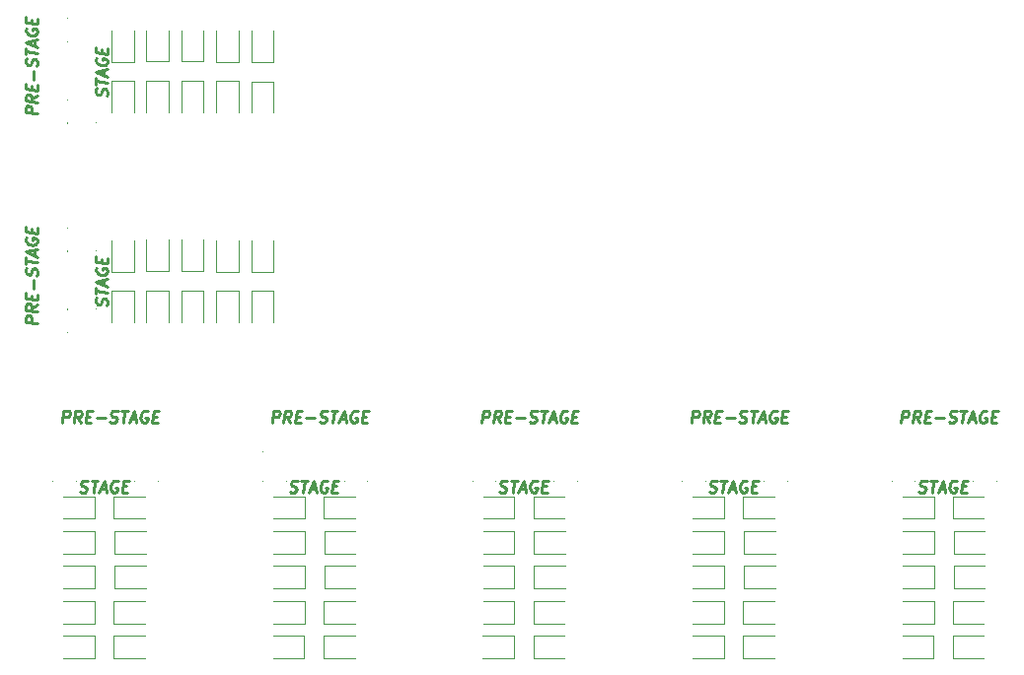
<source format=gto>
%MOIN*%
%OFA0B0*%
%FSLAX46Y46*%
%IPPOS*%
%LPD*%
%ADD10C,0.00984251968503937*%
%ADD11C,0.0047244094488188976*%
%ADD12C,0.0039370078740157488*%
%ADD23C,0.00984251968503937*%
%ADD24C,0.0047244094488188976*%
%ADD25C,0.0039370078740157488*%
%ADD26C,0.00984251968503937*%
%ADD27C,0.0047244094488188976*%
%ADD28C,0.0039370078740157488*%
%ADD29C,0.00984251968503937*%
%ADD30C,0.0047244094488188976*%
%ADD31C,0.0039370078740157488*%
%ADD32C,0.00984251968503937*%
%ADD33C,0.0047244094488188976*%
%ADD34C,0.0039370078740157488*%
%ADD35C,0.00984251968503937*%
%ADD36C,0.0047244094488188976*%
%ADD37C,0.0039370078740157488*%
%ADD38C,0.00984251968503937*%
%ADD39C,0.0047244094488188976*%
%ADD40C,0.0039370078740157488*%
G01*
D10*
X0000210638Y0001667135D02*
X0000216028Y0001665260D01*
X0000225402Y0001665260D01*
X0000229386Y0001667135D01*
X0000231495Y0001669010D01*
X0000233838Y0001672759D01*
X0000234307Y0001676509D01*
X0000232901Y0001680258D01*
X0000231261Y0001682133D01*
X0000227745Y0001684008D01*
X0000220481Y0001685883D01*
X0000216966Y0001687757D01*
X0000215325Y0001689632D01*
X0000213919Y0001693382D01*
X0000214388Y0001697131D01*
X0000216731Y0001700881D01*
X0000218840Y0001702755D01*
X0000222824Y0001704630D01*
X0000232198Y0001704630D01*
X0000237588Y0001702755D01*
X0000249071Y0001704630D02*
X0000271568Y0001704630D01*
X0000255398Y0001665260D02*
X0000260319Y0001704630D01*
X0000279301Y0001676509D02*
X0000298049Y0001676509D01*
X0000274146Y0001665260D02*
X0000292190Y0001704630D01*
X0000300393Y0001665260D01*
X0000338825Y0001702755D02*
X0000335310Y0001704630D01*
X0000329686Y0001704630D01*
X0000323827Y0001702755D01*
X0000319609Y0001699006D01*
X0000317265Y0001695256D01*
X0000314453Y0001687757D01*
X0000313750Y0001682133D01*
X0000314688Y0001674634D01*
X0000316094Y0001670884D01*
X0000319375Y0001667135D01*
X0000324765Y0001665260D01*
X0000328514Y0001665260D01*
X0000334373Y0001667135D01*
X0000336482Y0001669010D01*
X0000338122Y0001682133D01*
X0000330623Y0001682133D01*
X0000355464Y0001685883D02*
X0000368587Y0001685883D01*
X0000371634Y0001665260D02*
X0000352886Y0001665260D01*
X0000357807Y0001704630D01*
X0000376555Y0001704630D01*
X0000150411Y0001901481D02*
X0000155333Y0001940851D01*
X0000170331Y0001940851D01*
X0000173846Y0001938976D01*
X0000175486Y0001937101D01*
X0000176892Y0001933352D01*
X0000176189Y0001927727D01*
X0000173846Y0001923978D01*
X0000171737Y0001922103D01*
X0000167753Y0001920228D01*
X0000152755Y0001920228D01*
X0000212279Y0001901481D02*
X0000201499Y0001920228D01*
X0000189781Y0001901481D02*
X0000194703Y0001940851D01*
X0000209701Y0001940851D01*
X0000213216Y0001938976D01*
X0000214856Y0001937101D01*
X0000216262Y0001933352D01*
X0000215559Y0001927727D01*
X0000213216Y0001923978D01*
X0000211107Y0001922103D01*
X0000207123Y0001920228D01*
X0000192125Y0001920228D01*
X0000231729Y0001922103D02*
X0000244853Y0001922103D01*
X0000247899Y0001901481D02*
X0000229151Y0001901481D01*
X0000234073Y0001940851D01*
X0000252820Y0001940851D01*
X0000266647Y0001916479D02*
X0000296643Y0001916479D01*
X0000311875Y0001903355D02*
X0000317265Y0001901481D01*
X0000326639Y0001901481D01*
X0000330623Y0001903355D01*
X0000332732Y0001905230D01*
X0000335076Y0001908980D01*
X0000335544Y0001912729D01*
X0000334138Y0001916479D01*
X0000332498Y0001918353D01*
X0000328983Y0001920228D01*
X0000321718Y0001922103D01*
X0000318203Y0001923978D01*
X0000316562Y0001925853D01*
X0000315156Y0001929602D01*
X0000315625Y0001933352D01*
X0000317969Y0001937101D01*
X0000320078Y0001938976D01*
X0000324062Y0001940851D01*
X0000333435Y0001940851D01*
X0000338825Y0001938976D01*
X0000350308Y0001940851D02*
X0000372805Y0001940851D01*
X0000356636Y0001901481D02*
X0000361557Y0001940851D01*
X0000380539Y0001912729D02*
X0000399286Y0001912729D01*
X0000375383Y0001901481D02*
X0000393428Y0001940851D01*
X0000401630Y0001901481D01*
X0000440063Y0001938976D02*
X0000436547Y0001940851D01*
X0000430923Y0001940851D01*
X0000425064Y0001938976D01*
X0000420846Y0001935226D01*
X0000418503Y0001931477D01*
X0000415691Y0001923978D01*
X0000414988Y0001918353D01*
X0000415925Y0001910854D01*
X0000417331Y0001907105D01*
X0000420612Y0001903355D01*
X0000426002Y0001901481D01*
X0000429751Y0001901481D01*
X0000435610Y0001903355D01*
X0000437719Y0001905230D01*
X0000439360Y0001918353D01*
X0000431860Y0001918353D01*
X0000456701Y0001922103D02*
X0000469825Y0001922103D01*
X0000472871Y0001901481D02*
X0000454123Y0001901481D01*
X0000459045Y0001940851D01*
X0000477792Y0001940851D01*
D11*
X0000324901Y0001576377D02*
X0000430610Y0001576377D01*
X0000324901Y0001651968D02*
X0000324901Y0001576377D01*
X0000430610Y0001651968D02*
X0000324901Y0001651968D01*
X0000260728Y0001651968D02*
X0000155019Y0001651968D01*
X0000260728Y0001576377D02*
X0000260728Y0001651968D01*
X0000155019Y0001576377D02*
X0000260728Y0001576377D01*
X0000324901Y0001103937D02*
X0000430610Y0001103937D01*
X0000324901Y0001179527D02*
X0000324901Y0001103937D01*
X0000430610Y0001179527D02*
X0000324901Y0001179527D01*
X0000259769Y0001179610D02*
X0000154060Y0001179610D01*
X0000259769Y0001104019D02*
X0000259769Y0001179610D01*
X0000154060Y0001104019D02*
X0000259769Y0001104019D01*
X0000324901Y0001222047D02*
X0000430610Y0001222047D01*
X0000324901Y0001297637D02*
X0000324901Y0001222047D01*
X0000430610Y0001297637D02*
X0000324901Y0001297637D01*
X0000260728Y0001297637D02*
X0000155019Y0001297637D01*
X0000260728Y0001222047D02*
X0000260728Y0001297637D01*
X0000155019Y0001222047D02*
X0000260728Y0001222047D01*
X0000327362Y0001340157D02*
X0000433070Y0001340157D01*
X0000327362Y0001415748D02*
X0000327362Y0001340157D01*
X0000433070Y0001415748D02*
X0000327362Y0001415748D01*
X0000260728Y0001415748D02*
X0000155019Y0001415748D01*
X0000260728Y0001340157D02*
X0000260728Y0001415748D01*
X0000155019Y0001340157D02*
X0000260728Y0001340157D01*
X0000327362Y0001458267D02*
X0000433070Y0001458267D01*
X0000327362Y0001533858D02*
X0000327362Y0001458267D01*
X0000433070Y0001533858D02*
X0000327362Y0001533858D01*
X0000260728Y0001533858D02*
X0000155019Y0001533858D01*
X0000260728Y0001458267D02*
X0000260728Y0001533858D01*
X0000155019Y0001458267D02*
X0000260728Y0001458267D01*
D12*
X0000120078Y0001800590D02*
G75*
G03*
X0000120078Y0001800590I-0000001968D01*
G01*
X0000474409Y0001702165D02*
G75*
G03*
X0000474409Y0001702165I-0000001968D01*
G01*
X0000198818Y0001702165D02*
G75*
G03*
X0000198818Y0001702165I-0000001968D01*
G01*
X0000395669Y0001800590D02*
G75*
G03*
X0000395669Y0001800590I-0000001968D01*
G01*
X0000198818Y0001800590D02*
G75*
G03*
X0000198818Y0001800590I-0000001968D01*
G01*
X0000395669Y0001702165D02*
G75*
G03*
X0000395669Y0001702165I-0000001968D01*
G01*
X0000120078Y0001702165D02*
G75*
G03*
X0000120078Y0001702165I-0000001968D01*
G01*
X0000474409Y0001800590D02*
G75*
G03*
X0000474409Y0001800590I-0000001968D01*
G01*
G04 next file*
G04 #@! TF.GenerationSoftware,KiCad,Pcbnew,(5.1.10)-1*
G04 #@! TF.CreationDate,2021-09-22T20:54:56-07:00*
G04 #@! TF.ProjectId,project,70726f6a-6563-4742-9e6b-696361645f70,rev?*
G04 #@! TF.SameCoordinates,Original*
G04 #@! TF.FileFunction,Legend,Top*
G04 #@! TF.FilePolarity,Positive*
G04 Gerber Fmt 4.6, Leading zero omitted, Abs format (unit mm)*
G04 Created by KiCad (PCBNEW (5.1.10)-1) date 2021-09-22 20:54:56*
G01*
G04 APERTURE LIST*
G04 APERTURE END LIST*
D23*
X0000301368Y0002297252D02*
X0000303243Y0002302642D01*
X0000303243Y0002312016D01*
X0000301368Y0002316000D01*
X0000299493Y0002318109D01*
X0000295744Y0002320453D01*
X0000291994Y0002320921D01*
X0000288245Y0002319515D01*
X0000286370Y0002317875D01*
X0000284495Y0002314360D01*
X0000282620Y0002307095D01*
X0000280746Y0002303580D01*
X0000278871Y0002301939D01*
X0000275121Y0002300533D01*
X0000271372Y0002301002D01*
X0000267622Y0002303345D01*
X0000265748Y0002305454D01*
X0000263873Y0002309438D01*
X0000263873Y0002318812D01*
X0000265748Y0002324202D01*
X0000263873Y0002335685D02*
X0000263873Y0002358182D01*
X0000303243Y0002342012D02*
X0000263873Y0002346934D01*
X0000291994Y0002365916D02*
X0000291994Y0002384663D01*
X0000303243Y0002360760D02*
X0000263873Y0002378805D01*
X0000303243Y0002387007D01*
X0000265748Y0002425439D02*
X0000263873Y0002421924D01*
X0000263873Y0002416300D01*
X0000265748Y0002410441D01*
X0000269497Y0002406223D01*
X0000273247Y0002403880D01*
X0000280746Y0002401067D01*
X0000286370Y0002400364D01*
X0000293869Y0002401302D01*
X0000297619Y0002402708D01*
X0000301368Y0002405989D01*
X0000303243Y0002411379D01*
X0000303243Y0002415128D01*
X0000301368Y0002420987D01*
X0000299493Y0002423096D01*
X0000286370Y0002424736D01*
X0000286370Y0002417237D01*
X0000282620Y0002442078D02*
X0000282620Y0002455201D01*
X0000303243Y0002458248D02*
X0000303243Y0002439500D01*
X0000263873Y0002444421D01*
X0000263873Y0002463169D01*
X0000067022Y0002237025D02*
X0000027652Y0002241947D01*
X0000027652Y0002256945D01*
X0000029527Y0002260460D01*
X0000031402Y0002262101D01*
X0000035151Y0002263507D01*
X0000040776Y0002262804D01*
X0000044525Y0002260460D01*
X0000046400Y0002258351D01*
X0000048275Y0002254367D01*
X0000048275Y0002239369D01*
X0000067022Y0002298893D02*
X0000048275Y0002288113D01*
X0000067022Y0002276396D02*
X0000027652Y0002281317D01*
X0000027652Y0002296315D01*
X0000029527Y0002299830D01*
X0000031402Y0002301471D01*
X0000035151Y0002302877D01*
X0000040776Y0002302174D01*
X0000044525Y0002299830D01*
X0000046400Y0002297721D01*
X0000048275Y0002293737D01*
X0000048275Y0002278739D01*
X0000046400Y0002318343D02*
X0000046400Y0002331467D01*
X0000067022Y0002334513D02*
X0000067022Y0002315766D01*
X0000027652Y0002320687D01*
X0000027652Y0002339435D01*
X0000052024Y0002353261D02*
X0000052024Y0002383257D01*
X0000065148Y0002398490D02*
X0000067022Y0002403880D01*
X0000067022Y0002413253D01*
X0000065148Y0002417237D01*
X0000063273Y0002419346D01*
X0000059523Y0002421690D01*
X0000055774Y0002422159D01*
X0000052024Y0002420752D01*
X0000050149Y0002419112D01*
X0000048275Y0002415597D01*
X0000046400Y0002408332D01*
X0000044525Y0002404817D01*
X0000042650Y0002403177D01*
X0000038901Y0002401771D01*
X0000035151Y0002402239D01*
X0000031402Y0002404583D01*
X0000029527Y0002406692D01*
X0000027652Y0002410676D01*
X0000027652Y0002420049D01*
X0000029527Y0002425439D01*
X0000027652Y0002436922D02*
X0000027652Y0002459420D01*
X0000067022Y0002443250D02*
X0000027652Y0002448171D01*
X0000055774Y0002467153D02*
X0000055774Y0002485901D01*
X0000067022Y0002461997D02*
X0000027652Y0002480042D01*
X0000067022Y0002488244D01*
X0000029527Y0002526677D02*
X0000027652Y0002523162D01*
X0000027652Y0002517537D01*
X0000029527Y0002511679D01*
X0000033277Y0002507460D01*
X0000037026Y0002505117D01*
X0000044525Y0002502305D01*
X0000050149Y0002501602D01*
X0000057649Y0002502539D01*
X0000061398Y0002503945D01*
X0000065148Y0002507226D01*
X0000067022Y0002512616D01*
X0000067022Y0002516366D01*
X0000065148Y0002522224D01*
X0000063273Y0002524333D01*
X0000050149Y0002525974D01*
X0000050149Y0002518475D01*
X0000046400Y0002543315D02*
X0000046400Y0002556439D01*
X0000067022Y0002559485D02*
X0000067022Y0002540738D01*
X0000027652Y0002545659D01*
X0000027652Y0002564406D01*
D24*
X0000392125Y0002411515D02*
X0000392125Y0002517224D01*
X0000316535Y0002411515D02*
X0000392125Y0002411515D01*
X0000316535Y0002517224D02*
X0000316535Y0002411515D01*
X0000316535Y0002347342D02*
X0000316535Y0002241633D01*
X0000392125Y0002347342D02*
X0000316535Y0002347342D01*
X0000392125Y0002241633D02*
X0000392125Y0002347342D01*
X0000864566Y0002411515D02*
X0000864566Y0002517224D01*
X0000788976Y0002411515D02*
X0000864566Y0002411515D01*
X0000788976Y0002517224D02*
X0000788976Y0002411515D01*
X0000788893Y0002346383D02*
X0000788893Y0002240674D01*
X0000864484Y0002346383D02*
X0000788893Y0002346383D01*
X0000864484Y0002240674D02*
X0000864484Y0002346383D01*
X0000746456Y0002411515D02*
X0000746456Y0002517224D01*
X0000670866Y0002411515D02*
X0000746456Y0002411515D01*
X0000670866Y0002517224D02*
X0000670866Y0002411515D01*
X0000670866Y0002347342D02*
X0000670866Y0002241633D01*
X0000746456Y0002347342D02*
X0000670866Y0002347342D01*
X0000746456Y0002241633D02*
X0000746456Y0002347342D01*
X0000628346Y0002413976D02*
X0000628346Y0002519685D01*
X0000552755Y0002413976D02*
X0000628346Y0002413976D01*
X0000552755Y0002519685D02*
X0000552755Y0002413976D01*
X0000552755Y0002347342D02*
X0000552755Y0002241633D01*
X0000628346Y0002347342D02*
X0000552755Y0002347342D01*
X0000628346Y0002241633D02*
X0000628346Y0002347342D01*
X0000510236Y0002413976D02*
X0000510236Y0002519685D01*
X0000434645Y0002413976D02*
X0000510236Y0002413976D01*
X0000434645Y0002519685D02*
X0000434645Y0002413976D01*
X0000434645Y0002347342D02*
X0000434645Y0002241633D01*
X0000510236Y0002347342D02*
X0000434645Y0002347342D01*
X0000510236Y0002241633D02*
X0000510236Y0002347342D01*
D25*
X0000167913Y0002206692D02*
G75*
G03*
X0000167913Y0002206692J-0000001968D01*
G01*
X0000266338Y0002561023D02*
G75*
G03*
X0000266338Y0002561023J-0000001968D01*
G01*
X0000266338Y0002285433D02*
G75*
G03*
X0000266338Y0002285433J-0000001968D01*
G01*
X0000167913Y0002482283D02*
G75*
G03*
X0000167913Y0002482283J-0000001968D01*
G01*
X0000167913Y0002285433D02*
G75*
G03*
X0000167913Y0002285433J-0000001968D01*
G01*
X0000266338Y0002482283D02*
G75*
G03*
X0000266338Y0002482283J-0000001968D01*
G01*
X0000266338Y0002206692D02*
G75*
G03*
X0000266338Y0002206692J-0000001968D01*
G01*
X0000167913Y0002561023D02*
G75*
G03*
X0000167913Y0002561023J-0000001968D01*
G01*
G04 next file*
G04 #@! TF.GenerationSoftware,KiCad,Pcbnew,(5.1.10)-1*
G04 #@! TF.CreationDate,2021-09-22T20:54:56-07:00*
G04 #@! TF.ProjectId,project,70726f6a-6563-4742-9e6b-696361645f70,rev?*
G04 #@! TF.SameCoordinates,Original*
G04 #@! TF.FileFunction,Legend,Top*
G04 #@! TF.FilePolarity,Positive*
G04 Gerber Fmt 4.6, Leading zero omitted, Abs format (unit mm)*
G04 Created by KiCad (PCBNEW (5.1.10)-1) date 2021-09-22 20:54:56*
G01*
G04 APERTURE LIST*
G04 APERTURE END LIST*
D26*
X0000301368Y0003005914D02*
X0000303243Y0003011304D01*
X0000303243Y0003020678D01*
X0000301368Y0003024661D01*
X0000299493Y0003026771D01*
X0000295744Y0003029114D01*
X0000291994Y0003029583D01*
X0000288245Y0003028177D01*
X0000286370Y0003026536D01*
X0000284495Y0003023021D01*
X0000282620Y0003015756D01*
X0000280746Y0003012241D01*
X0000278871Y0003010601D01*
X0000275121Y0003009195D01*
X0000271372Y0003009663D01*
X0000267622Y0003012007D01*
X0000265748Y0003014116D01*
X0000263873Y0003018100D01*
X0000263873Y0003027474D01*
X0000265748Y0003032864D01*
X0000263873Y0003044346D02*
X0000263873Y0003066844D01*
X0000303243Y0003050674D02*
X0000263873Y0003055595D01*
X0000291994Y0003074577D02*
X0000291994Y0003093325D01*
X0000303243Y0003069421D02*
X0000263873Y0003087466D01*
X0000303243Y0003095668D01*
X0000265748Y0003134101D02*
X0000263873Y0003130586D01*
X0000263873Y0003124961D01*
X0000265748Y0003119103D01*
X0000269497Y0003114885D01*
X0000273247Y0003112541D01*
X0000280746Y0003109729D01*
X0000286370Y0003109026D01*
X0000293869Y0003109963D01*
X0000297619Y0003111369D01*
X0000301368Y0003114650D01*
X0000303243Y0003120040D01*
X0000303243Y0003123790D01*
X0000301368Y0003129648D01*
X0000299493Y0003131757D01*
X0000286370Y0003133398D01*
X0000286370Y0003125899D01*
X0000282620Y0003150739D02*
X0000282620Y0003163863D01*
X0000303243Y0003166909D02*
X0000303243Y0003148162D01*
X0000263873Y0003153083D01*
X0000263873Y0003171830D01*
X0000067022Y0002945687D02*
X0000027652Y0002950608D01*
X0000027652Y0002965606D01*
X0000029527Y0002969121D01*
X0000031402Y0002970762D01*
X0000035151Y0002972168D01*
X0000040776Y0002971465D01*
X0000044525Y0002969121D01*
X0000046400Y0002967012D01*
X0000048275Y0002963029D01*
X0000048275Y0002948030D01*
X0000067022Y0003007554D02*
X0000048275Y0002996774D01*
X0000067022Y0002985057D02*
X0000027652Y0002989978D01*
X0000027652Y0003004976D01*
X0000029527Y0003008492D01*
X0000031402Y0003010132D01*
X0000035151Y0003011538D01*
X0000040776Y0003010835D01*
X0000044525Y0003008492D01*
X0000046400Y0003006382D01*
X0000048275Y0003002399D01*
X0000048275Y0002987400D01*
X0000046400Y0003027005D02*
X0000046400Y0003040128D01*
X0000067022Y0003043175D02*
X0000067022Y0003024427D01*
X0000027652Y0003029348D01*
X0000027652Y0003048096D01*
X0000052024Y0003061922D02*
X0000052024Y0003091919D01*
X0000065148Y0003107151D02*
X0000067022Y0003112541D01*
X0000067022Y0003121915D01*
X0000065148Y0003125899D01*
X0000063273Y0003128008D01*
X0000059523Y0003130351D01*
X0000055774Y0003130820D01*
X0000052024Y0003129414D01*
X0000050149Y0003127774D01*
X0000048275Y0003124258D01*
X0000046400Y0003116994D01*
X0000044525Y0003113478D01*
X0000042650Y0003111838D01*
X0000038901Y0003110432D01*
X0000035151Y0003110901D01*
X0000031402Y0003113244D01*
X0000029527Y0003115353D01*
X0000027652Y0003119337D01*
X0000027652Y0003128711D01*
X0000029527Y0003134101D01*
X0000027652Y0003145584D02*
X0000027652Y0003168081D01*
X0000067022Y0003151911D02*
X0000027652Y0003156832D01*
X0000055774Y0003175814D02*
X0000055774Y0003194562D01*
X0000067022Y0003170659D02*
X0000027652Y0003188703D01*
X0000067022Y0003196906D01*
X0000029527Y0003235338D02*
X0000027652Y0003231823D01*
X0000027652Y0003226199D01*
X0000029527Y0003220340D01*
X0000033277Y0003216122D01*
X0000037026Y0003213778D01*
X0000044525Y0003210966D01*
X0000050149Y0003210263D01*
X0000057649Y0003211201D01*
X0000061398Y0003212607D01*
X0000065148Y0003215888D01*
X0000067022Y0003221277D01*
X0000067022Y0003225027D01*
X0000065148Y0003230886D01*
X0000063273Y0003232995D01*
X0000050149Y0003234635D01*
X0000050149Y0003227136D01*
X0000046400Y0003251977D02*
X0000046400Y0003265100D01*
X0000067022Y0003268147D02*
X0000067022Y0003249399D01*
X0000027652Y0003254320D01*
X0000027652Y0003273068D01*
D27*
X0000392125Y0003120177D02*
X0000392125Y0003225885D01*
X0000316535Y0003120177D02*
X0000392125Y0003120177D01*
X0000316535Y0003225885D02*
X0000316535Y0003120177D01*
X0000316535Y0003056003D02*
X0000316535Y0002950295D01*
X0000392125Y0003056003D02*
X0000316535Y0003056003D01*
X0000392125Y0002950295D02*
X0000392125Y0003056003D01*
X0000864566Y0003120177D02*
X0000864566Y0003225885D01*
X0000788976Y0003120177D02*
X0000864566Y0003120177D01*
X0000788976Y0003225885D02*
X0000788976Y0003120177D01*
X0000788893Y0003055044D02*
X0000788893Y0002949336D01*
X0000864484Y0003055044D02*
X0000788893Y0003055044D01*
X0000864484Y0002949336D02*
X0000864484Y0003055044D01*
X0000746456Y0003120177D02*
X0000746456Y0003225885D01*
X0000670866Y0003120177D02*
X0000746456Y0003120177D01*
X0000670866Y0003225885D02*
X0000670866Y0003120177D01*
X0000670866Y0003056003D02*
X0000670866Y0002950295D01*
X0000746456Y0003056003D02*
X0000670866Y0003056003D01*
X0000746456Y0002950295D02*
X0000746456Y0003056003D01*
X0000628346Y0003122637D02*
X0000628346Y0003228346D01*
X0000552755Y0003122637D02*
X0000628346Y0003122637D01*
X0000552755Y0003228346D02*
X0000552755Y0003122637D01*
X0000552755Y0003056003D02*
X0000552755Y0002950295D01*
X0000628346Y0003056003D02*
X0000552755Y0003056003D01*
X0000628346Y0002950295D02*
X0000628346Y0003056003D01*
X0000510236Y0003122637D02*
X0000510236Y0003228346D01*
X0000434645Y0003122637D02*
X0000510236Y0003122637D01*
X0000434645Y0003228346D02*
X0000434645Y0003122637D01*
X0000434645Y0003056003D02*
X0000434645Y0002950295D01*
X0000510236Y0003056003D02*
X0000434645Y0003056003D01*
X0000510236Y0002950295D02*
X0000510236Y0003056003D01*
D28*
X0000167913Y0002915354D02*
G75*
G03*
X0000167913Y0002915354J-0000001968D01*
G01*
X0000266338Y0003269685D02*
G75*
G03*
X0000266338Y0003269685J-0000001968D01*
G01*
X0000266338Y0002994094D02*
G75*
G03*
X0000266338Y0002994094J-0000001968D01*
G01*
X0000167913Y0003190944D02*
G75*
G03*
X0000167913Y0003190944J-0000001968D01*
G01*
X0000167913Y0002994094D02*
G75*
G03*
X0000167913Y0002994094J-0000001968D01*
G01*
X0000266338Y0003190944D02*
G75*
G03*
X0000266338Y0003190944J-0000001968D01*
G01*
X0000266338Y0002915354D02*
G75*
G03*
X0000266338Y0002915354J-0000001968D01*
G01*
X0000167913Y0003269685D02*
G75*
G03*
X0000167913Y0003269685J-0000001968D01*
G01*
G04 next file*
G04 #@! TF.GenerationSoftware,KiCad,Pcbnew,(5.1.10)-1*
G04 #@! TF.CreationDate,2021-09-22T20:54:56-07:00*
G04 #@! TF.ProjectId,project,70726f6a-6563-4742-9e6b-696361645f70,rev?*
G04 #@! TF.SameCoordinates,Original*
G04 #@! TF.FileFunction,Legend,Top*
G04 #@! TF.FilePolarity,Positive*
G04 Gerber Fmt 4.6, Leading zero omitted, Abs format (unit mm)*
G04 Created by KiCad (PCBNEW (5.1.10)-1) date 2021-09-22 20:54:56*
G01*
G04 APERTURE LIST*
G04 APERTURE END LIST*
D29*
X0000919300Y0001667135D02*
X0000924690Y0001665260D01*
X0000934063Y0001665260D01*
X0000938047Y0001667135D01*
X0000940156Y0001669010D01*
X0000942500Y0001672759D01*
X0000942969Y0001676509D01*
X0000941562Y0001680258D01*
X0000939922Y0001682133D01*
X0000936407Y0001684008D01*
X0000929142Y0001685883D01*
X0000925627Y0001687757D01*
X0000923986Y0001689632D01*
X0000922580Y0001693382D01*
X0000923049Y0001697131D01*
X0000925393Y0001700881D01*
X0000927502Y0001702755D01*
X0000931486Y0001704630D01*
X0000940859Y0001704630D01*
X0000946249Y0001702755D01*
X0000957732Y0001704630D02*
X0000980229Y0001704630D01*
X0000964060Y0001665260D02*
X0000968981Y0001704630D01*
X0000987963Y0001676509D02*
X0001006711Y0001676509D01*
X0000982807Y0001665260D02*
X0001000852Y0001704630D01*
X0001009054Y0001665260D01*
X0001047487Y0001702755D02*
X0001043971Y0001704630D01*
X0001038347Y0001704630D01*
X0001032489Y0001702755D01*
X0001028270Y0001699006D01*
X0001025927Y0001695256D01*
X0001023115Y0001687757D01*
X0001022412Y0001682133D01*
X0001023349Y0001674634D01*
X0001024755Y0001670884D01*
X0001028036Y0001667135D01*
X0001033426Y0001665260D01*
X0001037175Y0001665260D01*
X0001043034Y0001667135D01*
X0001045143Y0001669010D01*
X0001046784Y0001682133D01*
X0001039285Y0001682133D01*
X0001064125Y0001685883D02*
X0001077249Y0001685883D01*
X0001080295Y0001665260D02*
X0001061547Y0001665260D01*
X0001066469Y0001704630D01*
X0001085216Y0001704630D01*
X0000859073Y0001901481D02*
X0000863994Y0001940851D01*
X0000878992Y0001940851D01*
X0000882507Y0001938976D01*
X0000884148Y0001937101D01*
X0000885554Y0001933352D01*
X0000884851Y0001927727D01*
X0000882507Y0001923978D01*
X0000880398Y0001922103D01*
X0000876414Y0001920228D01*
X0000861416Y0001920228D01*
X0000920940Y0001901481D02*
X0000910160Y0001920228D01*
X0000898443Y0001901481D02*
X0000903364Y0001940851D01*
X0000918362Y0001940851D01*
X0000921877Y0001938976D01*
X0000923518Y0001937101D01*
X0000924924Y0001933352D01*
X0000924221Y0001927727D01*
X0000921877Y0001923978D01*
X0000919768Y0001922103D01*
X0000915784Y0001920228D01*
X0000900786Y0001920228D01*
X0000940391Y0001922103D02*
X0000953514Y0001922103D01*
X0000956561Y0001901481D02*
X0000937813Y0001901481D01*
X0000942734Y0001940851D01*
X0000961482Y0001940851D01*
X0000975308Y0001916479D02*
X0001005305Y0001916479D01*
X0001020537Y0001903355D02*
X0001025927Y0001901481D01*
X0001035301Y0001901481D01*
X0001039285Y0001903355D01*
X0001041394Y0001905230D01*
X0001043737Y0001908980D01*
X0001044206Y0001912729D01*
X0001042800Y0001916479D01*
X0001041159Y0001918353D01*
X0001037644Y0001920228D01*
X0001030379Y0001922103D01*
X0001026864Y0001923978D01*
X0001025224Y0001925853D01*
X0001023818Y0001929602D01*
X0001024286Y0001933352D01*
X0001026630Y0001937101D01*
X0001028739Y0001938976D01*
X0001032723Y0001940851D01*
X0001042097Y0001940851D01*
X0001047487Y0001938976D01*
X0001058970Y0001940851D02*
X0001081467Y0001940851D01*
X0001065297Y0001901481D02*
X0001070218Y0001940851D01*
X0001089200Y0001912729D02*
X0001107948Y0001912729D01*
X0001084045Y0001901481D02*
X0001102089Y0001940851D01*
X0001110291Y0001901481D01*
X0001148724Y0001938976D02*
X0001145209Y0001940851D01*
X0001139585Y0001940851D01*
X0001133726Y0001938976D01*
X0001129508Y0001935226D01*
X0001127164Y0001931477D01*
X0001124352Y0001923978D01*
X0001123649Y0001918353D01*
X0001124586Y0001910854D01*
X0001125993Y0001907105D01*
X0001129273Y0001903355D01*
X0001134663Y0001901481D01*
X0001138413Y0001901481D01*
X0001144271Y0001903355D01*
X0001146381Y0001905230D01*
X0001148021Y0001918353D01*
X0001140522Y0001918353D01*
X0001165363Y0001922103D02*
X0001178486Y0001922103D01*
X0001181532Y0001901481D02*
X0001162785Y0001901481D01*
X0001167706Y0001940851D01*
X0001186454Y0001940851D01*
D30*
X0001033562Y0001576377D02*
X0001139271Y0001576377D01*
X0001033562Y0001651968D02*
X0001033562Y0001576377D01*
X0001139271Y0001651968D02*
X0001033562Y0001651968D01*
X0000969389Y0001651968D02*
X0000863681Y0001651968D01*
X0000969389Y0001576377D02*
X0000969389Y0001651968D01*
X0000863681Y0001576377D02*
X0000969389Y0001576377D01*
X0001033562Y0001103937D02*
X0001139271Y0001103937D01*
X0001033562Y0001179527D02*
X0001033562Y0001103937D01*
X0001139271Y0001179527D02*
X0001033562Y0001179527D01*
X0000968430Y0001179610D02*
X0000862722Y0001179610D01*
X0000968430Y0001104019D02*
X0000968430Y0001179610D01*
X0000862722Y0001104019D02*
X0000968430Y0001104019D01*
X0001033562Y0001222047D02*
X0001139271Y0001222047D01*
X0001033562Y0001297637D02*
X0001033562Y0001222047D01*
X0001139271Y0001297637D02*
X0001033562Y0001297637D01*
X0000969389Y0001297637D02*
X0000863681Y0001297637D01*
X0000969389Y0001222047D02*
X0000969389Y0001297637D01*
X0000863681Y0001222047D02*
X0000969389Y0001222047D01*
X0001036023Y0001340157D02*
X0001141732Y0001340157D01*
X0001036023Y0001415748D02*
X0001036023Y0001340157D01*
X0001141732Y0001415748D02*
X0001036023Y0001415748D01*
X0000969389Y0001415748D02*
X0000863681Y0001415748D01*
X0000969389Y0001340157D02*
X0000969389Y0001415748D01*
X0000863681Y0001340157D02*
X0000969389Y0001340157D01*
X0001036023Y0001458267D02*
X0001141732Y0001458267D01*
X0001036023Y0001533858D02*
X0001036023Y0001458267D01*
X0001141732Y0001533858D02*
X0001036023Y0001533858D01*
X0000969389Y0001533858D02*
X0000863681Y0001533858D01*
X0000969389Y0001458267D02*
X0000969389Y0001533858D01*
X0000863681Y0001458267D02*
X0000969389Y0001458267D01*
D31*
X0000828740Y0001800590D02*
G75*
G03*
X0000828740Y0001800590I-0000001968D01*
G01*
X0001183070Y0001702165D02*
G75*
G03*
X0001183070Y0001702165I-0000001968D01*
G01*
X0000907480Y0001702165D02*
G75*
G03*
X0000907480Y0001702165I-0000001968D01*
G01*
X0001104330Y0001800590D02*
G75*
G03*
X0001104330Y0001800590I-0000001968D01*
G01*
X0000907480Y0001800590D02*
G75*
G03*
X0000907480Y0001800590I-0000001968D01*
G01*
X0001104330Y0001702165D02*
G75*
G03*
X0001104330Y0001702165I-0000001968D01*
G01*
X0000828740Y0001702165D02*
G75*
G03*
X0000828740Y0001702165I-0000001968D01*
G01*
X0001183070Y0001800590D02*
G75*
G03*
X0001183070Y0001800590I-0000001968D01*
G01*
G04 next file*
G04 #@! TF.GenerationSoftware,KiCad,Pcbnew,(5.1.10)-1*
G04 #@! TF.CreationDate,2021-09-22T20:54:56-07:00*
G04 #@! TF.ProjectId,project,70726f6a-6563-4742-9e6b-696361645f70,rev?*
G04 #@! TF.SameCoordinates,Original*
G04 #@! TF.FileFunction,Legend,Top*
G04 #@! TF.FilePolarity,Positive*
G04 Gerber Fmt 4.6, Leading zero omitted, Abs format (unit mm)*
G04 Created by KiCad (PCBNEW (5.1.10)-1) date 2021-09-22 20:54:56*
G01*
G04 APERTURE LIST*
G04 APERTURE END LIST*
D32*
X0001627961Y0001667135D02*
X0001633351Y0001665260D01*
X0001642725Y0001665260D01*
X0001646709Y0001667135D01*
X0001648818Y0001669010D01*
X0001651161Y0001672759D01*
X0001651630Y0001676509D01*
X0001650224Y0001680258D01*
X0001648583Y0001682133D01*
X0001645068Y0001684008D01*
X0001637804Y0001685883D01*
X0001634288Y0001687757D01*
X0001632648Y0001689632D01*
X0001631242Y0001693382D01*
X0001631711Y0001697131D01*
X0001634054Y0001700881D01*
X0001636163Y0001702755D01*
X0001640147Y0001704630D01*
X0001649521Y0001704630D01*
X0001654911Y0001702755D01*
X0001666394Y0001704630D02*
X0001688891Y0001704630D01*
X0001672721Y0001665260D02*
X0001677642Y0001704630D01*
X0001696624Y0001676509D02*
X0001715372Y0001676509D01*
X0001691469Y0001665260D02*
X0001709513Y0001704630D01*
X0001717715Y0001665260D01*
X0001756148Y0001702755D02*
X0001752633Y0001704630D01*
X0001747009Y0001704630D01*
X0001741150Y0001702755D01*
X0001736932Y0001699006D01*
X0001734588Y0001695256D01*
X0001731776Y0001687757D01*
X0001731073Y0001682133D01*
X0001732010Y0001674634D01*
X0001733417Y0001670884D01*
X0001736697Y0001667135D01*
X0001742087Y0001665260D01*
X0001745837Y0001665260D01*
X0001751696Y0001667135D01*
X0001753805Y0001669010D01*
X0001755445Y0001682133D01*
X0001747946Y0001682133D01*
X0001772787Y0001685883D02*
X0001785910Y0001685883D01*
X0001788956Y0001665260D02*
X0001770209Y0001665260D01*
X0001775130Y0001704630D01*
X0001793878Y0001704630D01*
X0001567734Y0001901481D02*
X0001572655Y0001940851D01*
X0001587654Y0001940851D01*
X0001591169Y0001938976D01*
X0001592809Y0001937101D01*
X0001594215Y0001933352D01*
X0001593512Y0001927727D01*
X0001591169Y0001923978D01*
X0001589060Y0001922103D01*
X0001585076Y0001920228D01*
X0001570078Y0001920228D01*
X0001629601Y0001901481D02*
X0001618822Y0001920228D01*
X0001607104Y0001901481D02*
X0001612025Y0001940851D01*
X0001627024Y0001940851D01*
X0001630539Y0001938976D01*
X0001632179Y0001937101D01*
X0001633585Y0001933352D01*
X0001632882Y0001927727D01*
X0001630539Y0001923978D01*
X0001628430Y0001922103D01*
X0001624446Y0001920228D01*
X0001609448Y0001920228D01*
X0001649052Y0001922103D02*
X0001662175Y0001922103D01*
X0001665222Y0001901481D02*
X0001646474Y0001901481D01*
X0001651396Y0001940851D01*
X0001670143Y0001940851D01*
X0001683970Y0001916479D02*
X0001713966Y0001916479D01*
X0001729198Y0001903355D02*
X0001734588Y0001901481D01*
X0001743962Y0001901481D01*
X0001747946Y0001903355D01*
X0001750055Y0001905230D01*
X0001752399Y0001908980D01*
X0001752867Y0001912729D01*
X0001751461Y0001916479D01*
X0001749821Y0001918353D01*
X0001746306Y0001920228D01*
X0001739041Y0001922103D01*
X0001735526Y0001923978D01*
X0001733885Y0001925853D01*
X0001732479Y0001929602D01*
X0001732948Y0001933352D01*
X0001735291Y0001937101D01*
X0001737400Y0001938976D01*
X0001741384Y0001940851D01*
X0001750758Y0001940851D01*
X0001756148Y0001938976D01*
X0001767631Y0001940851D02*
X0001790128Y0001940851D01*
X0001773958Y0001901481D02*
X0001778880Y0001940851D01*
X0001797862Y0001912729D02*
X0001816609Y0001912729D01*
X0001792706Y0001901481D02*
X0001810751Y0001940851D01*
X0001818953Y0001901481D01*
X0001857385Y0001938976D02*
X0001853870Y0001940851D01*
X0001848246Y0001940851D01*
X0001842387Y0001938976D01*
X0001838169Y0001935226D01*
X0001835826Y0001931477D01*
X0001833014Y0001923978D01*
X0001832310Y0001918353D01*
X0001833248Y0001910854D01*
X0001834654Y0001907105D01*
X0001837935Y0001903355D01*
X0001843325Y0001901481D01*
X0001847074Y0001901481D01*
X0001852933Y0001903355D01*
X0001855042Y0001905230D01*
X0001856682Y0001918353D01*
X0001849183Y0001918353D01*
X0001874024Y0001922103D02*
X0001887147Y0001922103D01*
X0001890194Y0001901481D02*
X0001871446Y0001901481D01*
X0001876367Y0001940851D01*
X0001895115Y0001940851D01*
D33*
X0001742224Y0001576377D02*
X0001847933Y0001576377D01*
X0001742224Y0001651968D02*
X0001742224Y0001576377D01*
X0001847933Y0001651968D02*
X0001742224Y0001651968D01*
X0001678051Y0001651968D02*
X0001572342Y0001651968D01*
X0001678051Y0001576377D02*
X0001678051Y0001651968D01*
X0001572342Y0001576377D02*
X0001678051Y0001576377D01*
X0001742224Y0001103937D02*
X0001847933Y0001103937D01*
X0001742224Y0001179527D02*
X0001742224Y0001103937D01*
X0001847933Y0001179527D02*
X0001742224Y0001179527D01*
X0001677092Y0001179610D02*
X0001571383Y0001179610D01*
X0001677092Y0001104019D02*
X0001677092Y0001179610D01*
X0001571383Y0001104019D02*
X0001677092Y0001104019D01*
X0001742224Y0001222047D02*
X0001847933Y0001222047D01*
X0001742224Y0001297637D02*
X0001742224Y0001222047D01*
X0001847933Y0001297637D02*
X0001742224Y0001297637D01*
X0001678051Y0001297637D02*
X0001572342Y0001297637D01*
X0001678051Y0001222047D02*
X0001678051Y0001297637D01*
X0001572342Y0001222047D02*
X0001678051Y0001222047D01*
X0001744685Y0001340157D02*
X0001850393Y0001340157D01*
X0001744685Y0001415748D02*
X0001744685Y0001340157D01*
X0001850393Y0001415748D02*
X0001744685Y0001415748D01*
X0001678051Y0001415748D02*
X0001572342Y0001415748D01*
X0001678051Y0001340157D02*
X0001678051Y0001415748D01*
X0001572342Y0001340157D02*
X0001678051Y0001340157D01*
X0001744685Y0001458267D02*
X0001850393Y0001458267D01*
X0001744685Y0001533858D02*
X0001744685Y0001458267D01*
X0001850393Y0001533858D02*
X0001744685Y0001533858D01*
X0001678051Y0001533858D02*
X0001572342Y0001533858D01*
X0001678051Y0001458267D02*
X0001678051Y0001533858D01*
X0001572342Y0001458267D02*
X0001678051Y0001458267D01*
D34*
X0001537401Y0001800590D02*
G75*
G03*
X0001537401Y0001800590I-0000001968D01*
G01*
X0001891732Y0001702165D02*
G75*
G03*
X0001891732Y0001702165I-0000001968D01*
G01*
X0001616141Y0001702165D02*
G75*
G03*
X0001616141Y0001702165I-0000001968D01*
G01*
X0001812992Y0001800590D02*
G75*
G03*
X0001812992Y0001800590I-0000001968D01*
G01*
X0001616141Y0001800590D02*
G75*
G03*
X0001616141Y0001800590I-0000001968D01*
G01*
X0001812992Y0001702165D02*
G75*
G03*
X0001812992Y0001702165I-0000001968D01*
G01*
X0001537401Y0001702165D02*
G75*
G03*
X0001537401Y0001702165I-0000001968D01*
G01*
X0001891732Y0001800590D02*
G75*
G03*
X0001891732Y0001800590I-0000001968D01*
G01*
G04 next file*
G04 #@! TF.GenerationSoftware,KiCad,Pcbnew,(5.1.10)-1*
G04 #@! TF.CreationDate,2021-09-22T20:54:56-07:00*
G04 #@! TF.ProjectId,project,70726f6a-6563-4742-9e6b-696361645f70,rev?*
G04 #@! TF.SameCoordinates,Original*
G04 #@! TF.FileFunction,Legend,Top*
G04 #@! TF.FilePolarity,Positive*
G04 Gerber Fmt 4.6, Leading zero omitted, Abs format (unit mm)*
G04 Created by KiCad (PCBNEW (5.1.10)-1) date 2021-09-22 20:54:56*
G01*
G04 APERTURE LIST*
G04 APERTURE END LIST*
D35*
X0002336622Y0001667135D02*
X0002342012Y0001665260D01*
X0002351386Y0001665260D01*
X0002355370Y0001667135D01*
X0002357479Y0001669010D01*
X0002359823Y0001672759D01*
X0002360291Y0001676509D01*
X0002358885Y0001680258D01*
X0002357245Y0001682133D01*
X0002353730Y0001684008D01*
X0002346465Y0001685883D01*
X0002342950Y0001687757D01*
X0002341309Y0001689632D01*
X0002339903Y0001693382D01*
X0002340372Y0001697131D01*
X0002342715Y0001700881D01*
X0002344825Y0001702755D01*
X0002348808Y0001704630D01*
X0002358182Y0001704630D01*
X0002363572Y0001702755D01*
X0002375055Y0001704630D02*
X0002397552Y0001704630D01*
X0002381382Y0001665260D02*
X0002386304Y0001704630D01*
X0002405286Y0001676509D02*
X0002424033Y0001676509D01*
X0002400130Y0001665260D02*
X0002418175Y0001704630D01*
X0002426377Y0001665260D01*
X0002464810Y0001702755D02*
X0002461294Y0001704630D01*
X0002455670Y0001704630D01*
X0002449811Y0001702755D01*
X0002445593Y0001699006D01*
X0002443250Y0001695256D01*
X0002440438Y0001687757D01*
X0002439735Y0001682133D01*
X0002440672Y0001674634D01*
X0002442078Y0001670884D01*
X0002445359Y0001667135D01*
X0002450749Y0001665260D01*
X0002454498Y0001665260D01*
X0002460357Y0001667135D01*
X0002462466Y0001669010D01*
X0002464106Y0001682133D01*
X0002456607Y0001682133D01*
X0002481448Y0001685883D02*
X0002494571Y0001685883D01*
X0002497618Y0001665260D02*
X0002478870Y0001665260D01*
X0002483792Y0001704630D01*
X0002502539Y0001704630D01*
X0002276396Y0001901481D02*
X0002281317Y0001940851D01*
X0002296315Y0001940851D01*
X0002299830Y0001938976D01*
X0002301471Y0001937101D01*
X0002302877Y0001933352D01*
X0002302174Y0001927727D01*
X0002299830Y0001923978D01*
X0002297721Y0001922103D01*
X0002293737Y0001920228D01*
X0002278739Y0001920228D01*
X0002338263Y0001901481D02*
X0002327483Y0001920228D01*
X0002315766Y0001901481D02*
X0002320687Y0001940851D01*
X0002335685Y0001940851D01*
X0002339200Y0001938976D01*
X0002340841Y0001937101D01*
X0002342247Y0001933352D01*
X0002341544Y0001927727D01*
X0002339200Y0001923978D01*
X0002337091Y0001922103D01*
X0002333107Y0001920228D01*
X0002318109Y0001920228D01*
X0002357714Y0001922103D02*
X0002370837Y0001922103D01*
X0002373883Y0001901481D02*
X0002355136Y0001901481D01*
X0002360057Y0001940851D01*
X0002378805Y0001940851D01*
X0002392631Y0001916479D02*
X0002422627Y0001916479D01*
X0002437860Y0001903355D02*
X0002443250Y0001901481D01*
X0002452624Y0001901481D01*
X0002456607Y0001903355D01*
X0002458717Y0001905230D01*
X0002461060Y0001908980D01*
X0002461529Y0001912729D01*
X0002460123Y0001916479D01*
X0002458482Y0001918353D01*
X0002454967Y0001920228D01*
X0002447702Y0001922103D01*
X0002444187Y0001923978D01*
X0002442547Y0001925853D01*
X0002441141Y0001929602D01*
X0002441609Y0001933352D01*
X0002443953Y0001937101D01*
X0002446062Y0001938976D01*
X0002450046Y0001940851D01*
X0002459420Y0001940851D01*
X0002464810Y0001938976D01*
X0002476292Y0001940851D02*
X0002498790Y0001940851D01*
X0002482620Y0001901481D02*
X0002487541Y0001940851D01*
X0002506523Y0001912729D02*
X0002525271Y0001912729D01*
X0002501367Y0001901481D02*
X0002519412Y0001940851D01*
X0002527614Y0001901481D01*
X0002566047Y0001938976D02*
X0002562532Y0001940851D01*
X0002556907Y0001940851D01*
X0002551049Y0001938976D01*
X0002546830Y0001935226D01*
X0002544487Y0001931477D01*
X0002541675Y0001923978D01*
X0002540972Y0001918353D01*
X0002541909Y0001910854D01*
X0002543315Y0001907105D01*
X0002546596Y0001903355D01*
X0002551986Y0001901481D01*
X0002555736Y0001901481D01*
X0002561594Y0001903355D01*
X0002563703Y0001905230D01*
X0002565344Y0001918353D01*
X0002557845Y0001918353D01*
X0002582685Y0001922103D02*
X0002595809Y0001922103D01*
X0002598855Y0001901481D02*
X0002580108Y0001901481D01*
X0002585029Y0001940851D01*
X0002603777Y0001940851D01*
D36*
X0002450885Y0001576377D02*
X0002556594Y0001576377D01*
X0002450885Y0001651968D02*
X0002450885Y0001576377D01*
X0002556594Y0001651968D02*
X0002450885Y0001651968D01*
X0002386712Y0001651968D02*
X0002281003Y0001651968D01*
X0002386712Y0001576377D02*
X0002386712Y0001651968D01*
X0002281003Y0001576377D02*
X0002386712Y0001576377D01*
X0002450885Y0001103937D02*
X0002556594Y0001103937D01*
X0002450885Y0001179527D02*
X0002450885Y0001103937D01*
X0002556594Y0001179527D02*
X0002450885Y0001179527D01*
X0002385753Y0001179610D02*
X0002280044Y0001179610D01*
X0002385753Y0001104019D02*
X0002385753Y0001179610D01*
X0002280044Y0001104019D02*
X0002385753Y0001104019D01*
X0002450885Y0001222047D02*
X0002556594Y0001222047D01*
X0002450885Y0001297637D02*
X0002450885Y0001222047D01*
X0002556594Y0001297637D02*
X0002450885Y0001297637D01*
X0002386712Y0001297637D02*
X0002281003Y0001297637D01*
X0002386712Y0001222047D02*
X0002386712Y0001297637D01*
X0002281003Y0001222047D02*
X0002386712Y0001222047D01*
X0002453346Y0001340157D02*
X0002559055Y0001340157D01*
X0002453346Y0001415748D02*
X0002453346Y0001340157D01*
X0002559055Y0001415748D02*
X0002453346Y0001415748D01*
X0002386712Y0001415748D02*
X0002281003Y0001415748D01*
X0002386712Y0001340157D02*
X0002386712Y0001415748D01*
X0002281003Y0001340157D02*
X0002386712Y0001340157D01*
X0002453346Y0001458267D02*
X0002559055Y0001458267D01*
X0002453346Y0001533858D02*
X0002453346Y0001458267D01*
X0002559055Y0001533858D02*
X0002453346Y0001533858D01*
X0002386712Y0001533858D02*
X0002281003Y0001533858D01*
X0002386712Y0001458267D02*
X0002386712Y0001533858D01*
X0002281003Y0001458267D02*
X0002386712Y0001458267D01*
D37*
X0002246062Y0001800590D02*
G75*
G03*
X0002246062Y0001800590I-0000001968D01*
G01*
X0002600393Y0001702165D02*
G75*
G03*
X0002600393Y0001702165I-0000001968D01*
G01*
X0002324803Y0001702165D02*
G75*
G03*
X0002324803Y0001702165I-0000001968D01*
G01*
X0002521653Y0001800590D02*
G75*
G03*
X0002521653Y0001800590I-0000001968D01*
G01*
X0002324803Y0001800590D02*
G75*
G03*
X0002324803Y0001800590I-0000001968D01*
G01*
X0002521653Y0001702165D02*
G75*
G03*
X0002521653Y0001702165I-0000001968D01*
G01*
X0002246062Y0001702165D02*
G75*
G03*
X0002246062Y0001702165I-0000001968D01*
G01*
X0002600393Y0001800590D02*
G75*
G03*
X0002600393Y0001800590I-0000001968D01*
G01*
G04 next file*
G04 #@! TF.GenerationSoftware,KiCad,Pcbnew,(5.1.10)-1*
G04 #@! TF.CreationDate,2021-09-22T20:54:56-07:00*
G04 #@! TF.ProjectId,project,70726f6a-6563-4742-9e6b-696361645f70,rev?*
G04 #@! TF.SameCoordinates,Original*
G04 #@! TF.FileFunction,Legend,Top*
G04 #@! TF.FilePolarity,Positive*
G04 Gerber Fmt 4.6, Leading zero omitted, Abs format (unit mm)*
G04 Created by KiCad (PCBNEW (5.1.10)-1) date 2021-09-22 20:54:56*
G01*
G04 APERTURE LIST*
G04 APERTURE END LIST*
D38*
X0003045284Y0001667135D02*
X0003050674Y0001665260D01*
X0003060048Y0001665260D01*
X0003064032Y0001667135D01*
X0003066141Y0001669010D01*
X0003068484Y0001672759D01*
X0003068953Y0001676509D01*
X0003067547Y0001680258D01*
X0003065906Y0001682133D01*
X0003062391Y0001684008D01*
X0003055126Y0001685883D01*
X0003051611Y0001687757D01*
X0003049971Y0001689632D01*
X0003048565Y0001693382D01*
X0003049033Y0001697131D01*
X0003051377Y0001700881D01*
X0003053486Y0001702755D01*
X0003057470Y0001704630D01*
X0003066844Y0001704630D01*
X0003072234Y0001702755D01*
X0003083717Y0001704630D02*
X0003106214Y0001704630D01*
X0003090044Y0001665260D02*
X0003094965Y0001704630D01*
X0003113947Y0001676509D02*
X0003132695Y0001676509D01*
X0003108792Y0001665260D02*
X0003126836Y0001704630D01*
X0003135038Y0001665260D01*
X0003173471Y0001702755D02*
X0003169956Y0001704630D01*
X0003164331Y0001704630D01*
X0003158473Y0001702755D01*
X0003154255Y0001699006D01*
X0003151911Y0001695256D01*
X0003149099Y0001687757D01*
X0003148396Y0001682133D01*
X0003149333Y0001674634D01*
X0003150739Y0001670884D01*
X0003154020Y0001667135D01*
X0003159410Y0001665260D01*
X0003163160Y0001665260D01*
X0003169018Y0001667135D01*
X0003171127Y0001669010D01*
X0003172768Y0001682133D01*
X0003165269Y0001682133D01*
X0003190110Y0001685883D02*
X0003203233Y0001685883D01*
X0003206279Y0001665260D02*
X0003187532Y0001665260D01*
X0003192453Y0001704630D01*
X0003211201Y0001704630D01*
X0002985057Y0001901481D02*
X0002989978Y0001940851D01*
X0003004976Y0001940851D01*
X0003008492Y0001938976D01*
X0003010132Y0001937101D01*
X0003011538Y0001933352D01*
X0003010835Y0001927727D01*
X0003008492Y0001923978D01*
X0003006382Y0001922103D01*
X0003002399Y0001920228D01*
X0002987400Y0001920228D01*
X0003046924Y0001901481D02*
X0003036144Y0001920228D01*
X0003024427Y0001901481D02*
X0003029348Y0001940851D01*
X0003044346Y0001940851D01*
X0003047862Y0001938976D01*
X0003049502Y0001937101D01*
X0003050908Y0001933352D01*
X0003050205Y0001927727D01*
X0003047862Y0001923978D01*
X0003045752Y0001922103D01*
X0003041769Y0001920228D01*
X0003026771Y0001920228D01*
X0003066375Y0001922103D02*
X0003079498Y0001922103D01*
X0003082545Y0001901481D02*
X0003063797Y0001901481D01*
X0003068718Y0001940851D01*
X0003087466Y0001940851D01*
X0003101292Y0001916479D02*
X0003131289Y0001916479D01*
X0003146521Y0001903355D02*
X0003151911Y0001901481D01*
X0003161285Y0001901481D01*
X0003165269Y0001903355D01*
X0003167378Y0001905230D01*
X0003169721Y0001908980D01*
X0003170190Y0001912729D01*
X0003168784Y0001916479D01*
X0003167144Y0001918353D01*
X0003163628Y0001920228D01*
X0003156364Y0001922103D01*
X0003152849Y0001923978D01*
X0003151208Y0001925853D01*
X0003149802Y0001929602D01*
X0003150271Y0001933352D01*
X0003152614Y0001937101D01*
X0003154723Y0001938976D01*
X0003158707Y0001940851D01*
X0003168081Y0001940851D01*
X0003173471Y0001938976D01*
X0003184954Y0001940851D02*
X0003207451Y0001940851D01*
X0003191281Y0001901481D02*
X0003196202Y0001940851D01*
X0003215184Y0001912729D02*
X0003233932Y0001912729D01*
X0003210029Y0001901481D02*
X0003228073Y0001940851D01*
X0003236276Y0001901481D01*
X0003274708Y0001938976D02*
X0003271193Y0001940851D01*
X0003265569Y0001940851D01*
X0003259710Y0001938976D01*
X0003255492Y0001935226D01*
X0003253149Y0001931477D01*
X0003250336Y0001923978D01*
X0003249633Y0001918353D01*
X0003250571Y0001910854D01*
X0003251977Y0001907105D01*
X0003255258Y0001903355D01*
X0003260648Y0001901481D01*
X0003264397Y0001901481D01*
X0003270256Y0001903355D01*
X0003272365Y0001905230D01*
X0003274005Y0001918353D01*
X0003266506Y0001918353D01*
X0003291347Y0001922103D02*
X0003304470Y0001922103D01*
X0003307517Y0001901481D02*
X0003288769Y0001901481D01*
X0003293690Y0001940851D01*
X0003312438Y0001940851D01*
D39*
X0003159547Y0001576377D02*
X0003265255Y0001576377D01*
X0003159547Y0001651968D02*
X0003159547Y0001576377D01*
X0003265255Y0001651968D02*
X0003159547Y0001651968D01*
X0003095374Y0001651968D02*
X0002989665Y0001651968D01*
X0003095374Y0001576377D02*
X0003095374Y0001651968D01*
X0002989665Y0001576377D02*
X0003095374Y0001576377D01*
X0003159547Y0001103937D02*
X0003265255Y0001103937D01*
X0003159547Y0001179527D02*
X0003159547Y0001103937D01*
X0003265255Y0001179527D02*
X0003159547Y0001179527D01*
X0003094414Y0001179610D02*
X0002988706Y0001179610D01*
X0003094414Y0001104019D02*
X0003094414Y0001179610D01*
X0002988706Y0001104019D02*
X0003094414Y0001104019D01*
X0003159547Y0001222047D02*
X0003265255Y0001222047D01*
X0003159547Y0001297637D02*
X0003159547Y0001222047D01*
X0003265255Y0001297637D02*
X0003159547Y0001297637D01*
X0003095374Y0001297637D02*
X0002989665Y0001297637D01*
X0003095374Y0001222047D02*
X0003095374Y0001297637D01*
X0002989665Y0001222047D02*
X0003095374Y0001222047D01*
X0003162007Y0001340157D02*
X0003267716Y0001340157D01*
X0003162007Y0001415748D02*
X0003162007Y0001340157D01*
X0003267716Y0001415748D02*
X0003162007Y0001415748D01*
X0003095374Y0001415748D02*
X0002989665Y0001415748D01*
X0003095374Y0001340157D02*
X0003095374Y0001415748D01*
X0002989665Y0001340157D02*
X0003095374Y0001340157D01*
X0003162007Y0001458267D02*
X0003267716Y0001458267D01*
X0003162007Y0001533858D02*
X0003162007Y0001458267D01*
X0003267716Y0001533858D02*
X0003162007Y0001533858D01*
X0003095374Y0001533858D02*
X0002989665Y0001533858D01*
X0003095374Y0001458267D02*
X0003095374Y0001533858D01*
X0002989665Y0001458267D02*
X0003095374Y0001458267D01*
D40*
X0002954724Y0001800590D02*
G75*
G03*
X0002954724Y0001800590I-0000001968D01*
G01*
X0003309055Y0001702165D02*
G75*
G03*
X0003309055Y0001702165I-0000001968D01*
G01*
X0003033464Y0001702165D02*
G75*
G03*
X0003033464Y0001702165I-0000001968D01*
G01*
X0003230314Y0001800590D02*
G75*
G03*
X0003230314Y0001800590I-0000001968D01*
G01*
X0003033464Y0001800590D02*
G75*
G03*
X0003033464Y0001800590I-0000001968D01*
G01*
X0003230314Y0001702165D02*
G75*
G03*
X0003230314Y0001702165I-0000001968D01*
G01*
X0002954724Y0001702165D02*
G75*
G03*
X0002954724Y0001702165I-0000001968D01*
G01*
X0003309055Y0001800590D02*
G75*
G03*
X0003309055Y0001800590I-0000001968D01*
G01*
M02*
</source>
